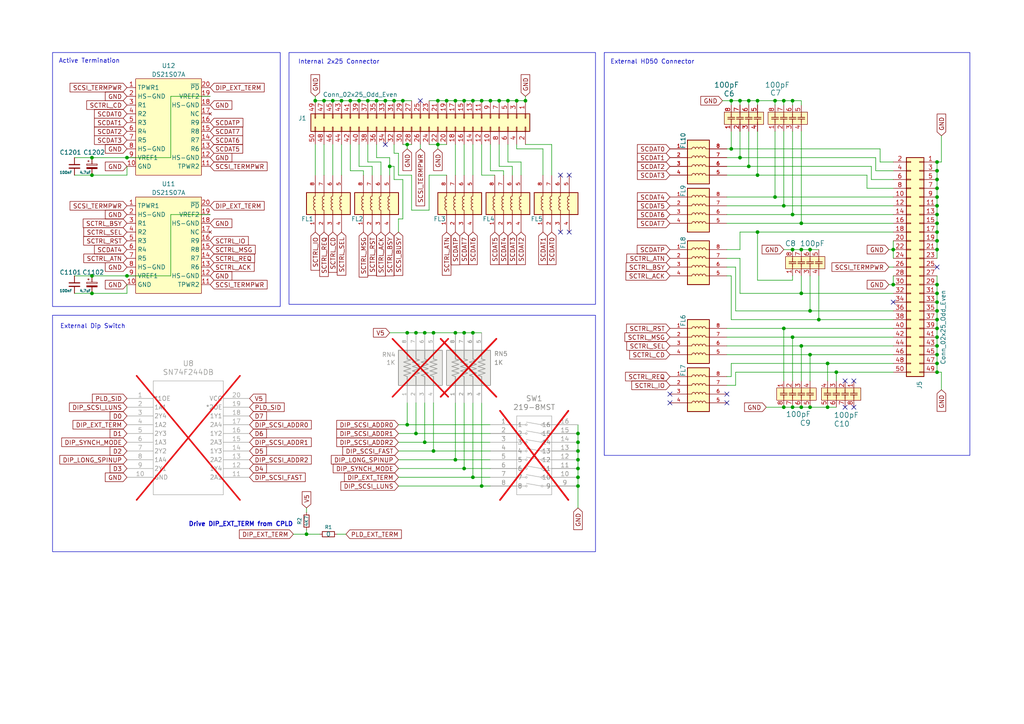
<source format=kicad_sch>
(kicad_sch (version 20250114) (generator "eeschema") (generator_version "9.0")
  (paper "A4")
  (title_block (title "A4092") (rev "PROTO0") (company "amiga.technology"))
  (rectangle (start 83.82 15.24) (end 172.72 88.265))
  (rectangle (start 15.24 91.44) (end 172.72 160.02))
  (rectangle (start 175.26 15.24) (end 281.305 132.08))
  (rectangle (start 15.24 15.24) (end 81.28 88.9))
  (text "Active Termination\n" (at 25.908 17.78 0) (effects (font (size 1.27 1.27))))
  (text "Drive DIP_EXT_TERM from CPLD" (at 69.85 152.146 0) (effects (font (size 1.27 1.27) (thickness 0.254) (bold yes))))
  (text "Internal 2x25 Connector" (at 98.298 18.034 0) (effects (font (size 1.27 1.27))))
  (text "External HD50 Connector" (at 189.23 18.034 0) (effects (font (size 1.27 1.27))))
  (text "External Dip Switch\n" (at 26.924 94.742 0) (effects (font (size 1.27 1.27))))
  (junction (at 232.41 118.11))
  (junction (at 114.3 29.21))
  (junction (at 26.67 50.8))
  (junction (at 214.63 29.21))
  (junction (at 93.98 29.21))
  (junction (at 219.71 50.8))
  (junction (at 167.64 140.97))
  (junction (at 271.78 95.25))
  (junction (at 134.62 96.52))
  (junction (at 212.09 29.21))
  (junction (at 240.03 105.41))
  (junction (at 137.16 29.21))
  (junction (at 227.33 59.69))
  (junction (at 242.57 107.95))
  (junction (at 271.78 92.71))
  (junction (at 132.08 133.35))
  (junction (at 167.64 133.35))
  (junction (at 26.67 85.09))
  (junction (at 271.78 107.95))
  (junction (at 96.52 29.21))
  (junction (at 113.03 48.26))
  (junction (at 137.16 96.52))
  (junction (at 271.78 57.15))
  (junction (at 271.78 87.63))
  (junction (at 271.78 97.79))
  (junction (at 217.17 29.21))
  (junction (at 104.14 29.21))
  (junction (at 229.87 118.11))
  (junction (at 36.83 45.72))
  (junction (at 232.41 64.77))
  (junction (at 234.95 102.87))
  (junction (at 271.78 85.09))
  (junction (at 142.24 29.21))
  (junction (at 88.9 154.94))
  (junction (at 123.19 128.27))
  (junction (at 106.68 29.21))
  (junction (at 152.4 29.21))
  (junction (at 118.11 41.91))
  (junction (at 144.78 29.21))
  (junction (at 271.78 49.53))
  (junction (at 219.71 29.21))
  (junction (at 212.09 43.18))
  (junction (at 259.08 72.39))
  (junction (at 227.33 118.11))
  (junction (at 224.79 29.21))
  (junction (at 229.87 62.23))
  (junction (at 234.95 90.17))
  (junction (at 271.78 62.23))
  (junction (at 271.78 82.55))
  (junction (at 118.11 123.19))
  (junction (at 227.33 29.21))
  (junction (at 167.64 138.43))
  (junction (at 237.49 92.71))
  (junction (at 271.78 72.39))
  (junction (at 26.67 80.01))
  (junction (at 125.73 130.81))
  (junction (at 217.17 48.26))
  (junction (at 127 29.21))
  (junction (at 232.41 85.09))
  (junction (at 137.16 138.43))
  (junction (at 132.08 96.52))
  (junction (at 26.67 45.72))
  (junction (at 147.32 29.21))
  (junction (at 120.65 96.52))
  (junction (at 271.78 69.85))
  (junction (at 234.95 118.11))
  (junction (at 139.7 29.21))
  (junction (at 167.64 130.81))
  (junction (at 132.08 29.21))
  (junction (at 271.78 102.87))
  (junction (at 167.64 135.89))
  (junction (at 149.86 29.21))
  (junction (at 109.22 29.21))
  (junction (at 36.83 80.01))
  (junction (at 99.06 29.21))
  (junction (at 167.64 128.27))
  (junction (at 134.62 135.89))
  (junction (at 127 41.91))
  (junction (at 229.87 72.39))
  (junction (at 271.78 64.77))
  (junction (at 232.41 72.39))
  (junction (at 227.33 95.25))
  (junction (at 271.78 105.41))
  (junction (at 139.7 140.97))
  (junction (at 120.65 125.73))
  (junction (at 116.84 29.21))
  (junction (at 111.76 29.21))
  (junction (at 229.87 97.79))
  (junction (at 271.78 100.33))
  (junction (at 123.19 96.52))
  (junction (at 219.71 67.31))
  (junction (at 101.6 29.21))
  (junction (at 118.11 96.52))
  (junction (at 271.78 52.07))
  (junction (at 234.95 72.39))
  (junction (at 91.44 29.21))
  (junction (at 167.64 125.73))
  (junction (at 129.54 29.21))
  (junction (at 271.78 90.17))
  (junction (at 271.78 67.31))
  (junction (at 214.63 45.72))
  (junction (at 134.62 29.21))
  (junction (at 232.41 100.33))
  (junction (at 271.78 54.61))
  (junction (at 271.78 59.69))
  (junction (at 240.03 118.11))
  (junction (at 271.78 46.99))
  (junction (at 259.08 82.55))
  (junction (at 229.87 29.21))
  (junction (at 125.73 96.52))
  (junction (at 224.79 57.15))
  (no_connect (at 165.1 67.31))
  (no_connect (at 162.56 50.8))
  (no_connect (at 111.76 41.91))
  (no_connect (at 245.11 110.49))
  (no_connect (at 162.56 67.31))
  (no_connect (at 194.31 114.3))
  (no_connect (at 121.92 29.21))
  (no_connect (at 271.78 77.47))
  (no_connect (at 210.82 114.3))
  (no_connect (at 247.65 118.11))
  (no_connect (at 247.65 110.49))
  (no_connect (at 194.31 116.84))
  (no_connect (at 259.08 87.63))
  (no_connect (at 165.1 50.8))
  (no_connect (at 245.11 118.11))
  (no_connect (at 210.82 116.84))
  (wire (pts (xy 127 41.91) (xy 127 43.18)))
  (wire (pts (xy 144.78 48.26) (xy 144.78 41.91)))
  (wire (pts (xy 271.78 69.85) (xy 271.78 67.31)))
  (wire (pts (xy 134.62 135.89) (xy 142.24 135.89)))
  (wire (pts (xy 99.06 41.91) (xy 99.06 50.8)))
  (wire (pts (xy 214.63 74.93) (xy 210.82 74.93)))
  (wire (pts (xy 113.03 48.26) (xy 113.03 50.8)))
  (wire (pts (xy 210.82 62.23) (xy 229.87 62.23)))
  (wire (pts (xy 229.87 29.21) (xy 232.41 29.21)))
  (wire (pts (xy 232.41 100.33) (xy 259.08 100.33)))
  (wire (pts (xy 119.38 50.8) (xy 119.38 60.96)))
  (wire (pts (xy 134.62 29.21) (xy 137.16 29.21)))
  (wire (pts (xy 151.13 46.99) (xy 151.13 50.8)))
  (wire (pts (xy 222.25 118.11) (xy 227.33 118.11)))
  (wire (pts (xy 229.87 97.79) (xy 259.08 97.79)))
  (wire (pts (xy 118.11 96.52) (xy 120.65 96.52)))
  (wire (pts (xy 271.78 87.63) (xy 271.78 85.09)))
  (wire (pts (xy 113.03 45.72) (xy 113.03 48.26)))
  (wire (pts (xy 212.09 38.1) (xy 212.09 43.18)))
  (wire (pts (xy 234.95 72.39) (xy 237.49 72.39)))
  (wire (pts (xy 210.82 111.76) (xy 213.36 111.76)))
  (wire (pts (xy 271.78 54.61) (xy 271.78 52.07)))
  (wire (pts (xy 36.83 85.09) (xy 26.67 85.09)))
  (wire (pts (xy 257.81 77.47) (xy 259.08 77.47)))
  (wire (pts (xy 237.49 80.01) (xy 237.49 92.71)))
  (wire (pts (xy 254 49.53) (xy 259.08 49.53)))
  (wire (pts (xy 210.82 102.87) (xy 234.95 102.87)))
  (wire (pts (xy 36.83 80.01) (xy 49.53 80.01)))
  (wire (pts (xy 127 29.21) (xy 129.54 29.21)))
  (wire (pts (xy 167.64 123.19) (xy 167.64 125.73)))
  (wire (pts (xy 129.54 29.21) (xy 132.08 29.21)))
  (wire (pts (xy 214.63 45.72) (xy 210.82 45.72)))
  (wire (pts (xy 234.95 90.17) (xy 259.08 90.17)))
  (wire (pts (xy 224.79 57.15) (xy 259.08 57.15)))
  (wire (pts (xy 147.32 46.99) (xy 147.32 41.91)))
  (wire (pts (xy 127 41.91) (xy 129.54 41.91)))
  (wire (pts (xy 144.78 29.21) (xy 147.32 29.21)))
  (wire (pts (xy 167.64 128.27) (xy 167.64 130.81)))
  (wire (pts (xy 227.33 38.1) (xy 227.33 59.69)))
  (wire (pts (xy 214.63 67.31) (xy 219.71 67.31)))
  (wire (pts (xy 214.63 85.09) (xy 214.63 74.93)))
  (wire (pts (xy 271.78 90.17) (xy 271.78 87.63)))
  (wire (pts (xy 229.87 29.21) (xy 229.87 30.48)))
  (wire (pts (xy 152.4 27.94) (xy 152.4 29.21)))
  (wire (pts (xy 227.33 95.25) (xy 259.08 95.25)))
  (wire (pts (xy 115.57 138.43) (xy 137.16 138.43)))
  (wire (pts (xy 232.41 85.09) (xy 259.08 85.09)))
  (wire (pts (xy 99.06 29.21) (xy 101.6 29.21)))
  (wire (pts (xy 273.05 107.95) (xy 271.78 107.95)))
  (wire (pts (xy 107.95 48.26) (xy 104.14 48.26)))
  (wire (pts (xy 232.41 118.11) (xy 234.95 118.11)))
  (wire (pts (xy 123.19 96.52) (xy 125.73 96.52)))
  (wire (pts (xy 106.68 29.21) (xy 109.22 29.21)))
  (wire (pts (xy 257.81 82.55) (xy 259.08 82.55)))
  (wire (pts (xy 151.13 46.99) (xy 147.32 46.99)))
  (wire (pts (xy 210.82 43.18) (xy 212.09 43.18)))
  (wire (pts (xy 115.57 135.89) (xy 134.62 135.89)))
  (wire (pts (xy 242.57 107.95) (xy 259.08 107.95)))
  (wire (pts (xy 124.46 60.96) (xy 124.46 50.8)))
  (wire (pts (xy 224.79 38.1) (xy 224.79 57.15)))
  (wire (pts (xy 271.78 107.95) (xy 271.78 105.41)))
  (wire (pts (xy 142.24 49.53) (xy 142.24 41.91)))
  (wire (pts (xy 115.57 50.8) (xy 119.38 50.8)))
  (wire (pts (xy 237.49 92.71) (xy 259.08 92.71)))
  (wire (pts (xy 134.62 116.84) (xy 134.62 135.89)))
  (wire (pts (xy 120.65 96.52) (xy 123.19 96.52)))
  (wire (pts (xy 115.57 130.81) (xy 125.73 130.81)))
  (wire (pts (xy 91.44 29.21) (xy 93.98 29.21)))
  (wire (pts (xy 36.83 50.8) (xy 26.67 50.8)))
  (wire (pts (xy 229.87 118.11) (xy 232.41 118.11)))
  (wire (pts (xy 273.05 113.03) (xy 273.05 107.95)))
  (wire (pts (xy 214.63 72.39) (xy 210.82 72.39)))
  (wire (pts (xy 227.33 118.11) (xy 229.87 118.11)))
  (wire (pts (xy 229.87 38.1) (xy 229.87 62.23)))
  (wire (pts (xy 129.54 50.8) (xy 124.46 50.8)))
  (wire (pts (xy 257.81 72.39) (xy 259.08 72.39)))
  (wire (pts (xy 125.73 116.84) (xy 125.73 130.81)))
  (wire (pts (xy 212.09 92.71) (xy 212.09 80.01)))
  (wire (pts (xy 149.86 29.21) (xy 152.4 29.21)))
  (wire (pts (xy 96.52 41.91) (xy 96.52 50.8)))
  (wire (pts (xy 214.63 67.31) (xy 214.63 72.39)))
  (wire (pts (xy 21.59 45.72) (xy 26.67 45.72)))
  (wire (pts (xy 219.71 67.31) (xy 259.08 67.31)))
  (wire (pts (xy 115.57 123.19) (xy 118.11 123.19)))
  (wire (pts (xy 92.71 154.94) (xy 88.9 154.94)))
  (wire (pts (xy 107.95 48.26) (xy 107.95 50.8)))
  (wire (pts (xy 214.63 85.09) (xy 232.41 85.09)))
  (wire (pts (xy 251.46 54.61) (xy 259.08 54.61)))
  (wire (pts (xy 167.64 130.81) (xy 167.64 133.35)))
  (wire (pts (xy 132.08 116.84) (xy 132.08 133.35)))
  (wire (pts (xy 229.87 72.39) (xy 232.41 72.39)))
  (wire (pts (xy 219.71 29.21) (xy 219.71 30.48)))
  (wire (pts (xy 115.57 128.27) (xy 123.19 128.27)))
  (wire (pts (xy 224.79 29.21) (xy 224.79 30.48)))
  (wire (pts (xy 143.51 50.8) (xy 139.7 50.8)))
  (wire (pts (xy 113.03 45.72) (xy 109.22 45.72)))
  (wire (pts (xy 114.3 44.45) (xy 115.57 44.45)))
  (wire (pts (xy 271.78 92.71) (xy 271.78 90.17)))
  (wire (pts (xy 111.76 29.21) (xy 114.3 29.21)))
  (wire (pts (xy 49.53 80.01) (xy 49.53 62.23)))
  (wire (pts (xy 273.05 46.99) (xy 271.78 46.99)))
  (wire (pts (xy 36.83 45.72) (xy 49.53 45.72)))
  (wire (pts (xy 132.08 96.52) (xy 134.62 96.52)))
  (wire (pts (xy 149.86 43.18) (xy 157.48 43.18)))
  (wire (pts (xy 115.57 125.73) (xy 120.65 125.73)))
  (wire (pts (xy 213.36 90.17) (xy 213.36 77.47)))
  (wire (pts (xy 160.02 41.91) (xy 160.02 50.8)))
  (wire (pts (xy 167.64 135.89) (xy 167.64 138.43)))
  (wire (pts (xy 49.53 45.72) (xy 49.53 27.94)))
  (wire (pts (xy 210.82 95.25) (xy 227.33 95.25)))
  (wire (pts (xy 240.03 105.41) (xy 259.08 105.41)))
  (wire (pts (xy 116.84 29.21) (xy 119.38 29.21)))
  (wire (pts (xy 210.82 59.69) (xy 227.33 59.69)))
  (wire (pts (xy 139.7 140.97) (xy 142.24 140.97)))
  (wire (pts (xy 114.3 29.21) (xy 116.84 29.21)))
  (wire (pts (xy 132.08 133.35) (xy 142.24 133.35)))
  (wire (pts (xy 118.11 41.91) (xy 118.11 43.18)))
  (wire (pts (xy 229.87 81.28) (xy 219.71 81.28)))
  (wire (pts (xy 213.36 77.47) (xy 210.82 77.47)))
  (wire (pts (xy 234.95 102.87) (xy 234.95 110.49)))
  (wire (pts (xy 251.46 50.8) (xy 219.71 50.8)))
  (wire (pts (xy 134.62 41.91) (xy 134.62 50.8)))
  (wire (pts (xy 217.17 29.21) (xy 219.71 29.21)))
  (wire (pts (xy 210.82 48.26) (xy 217.17 48.26)))
  (wire (pts (xy 104.14 29.21) (xy 106.68 29.21)))
  (wire (pts (xy 118.11 123.19) (xy 142.24 123.19)))
  (wire (pts (xy 125.73 130.81) (xy 142.24 130.81)))
  (wire (pts (xy 229.87 81.28) (xy 229.87 80.01)))
  (wire (pts (xy 115.57 133.35) (xy 132.08 133.35)))
  (wire (pts (xy 271.78 52.07) (xy 271.78 49.53)))
  (wire (pts (xy 210.82 57.15) (xy 224.79 57.15)))
  (wire (pts (xy 113.03 48.26) (xy 114.3 48.26)))
  (wire (pts (xy 210.82 109.22) (xy 212.09 109.22)))
  (wire (pts (xy 116.84 63.5) (xy 116.84 52.07)))
  (wire (pts (xy 139.7 116.84) (xy 139.7 140.97)))
  (wire (pts (xy 93.98 41.91) (xy 93.98 50.8)))
  (wire (pts (xy 271.78 67.31) (xy 271.78 64.77)))
  (wire (pts (xy 115.57 67.31) (xy 115.57 63.5)))
  (wire (pts (xy 240.03 118.11) (xy 242.57 118.11)))
  (wire (pts (xy 137.16 41.91) (xy 137.16 50.8)))
  (wire (pts (xy 125.73 96.52) (xy 132.08 96.52)))
  (wire (pts (xy 271.78 57.15) (xy 271.78 54.61)))
  (wire (pts (xy 255.27 43.18) (xy 255.27 46.99)))
  (wire (pts (xy 91.44 41.91) (xy 91.44 50.8)))
  (wire (pts (xy 212.09 29.21) (xy 214.63 29.21)))
  (wire (pts (xy 114.3 48.26) (xy 114.3 52.07)))
  (wire (pts (xy 212.09 109.22) (xy 212.09 105.41)))
  (wire (pts (xy 271.78 49.53) (xy 271.78 46.99)))
  (wire (pts (xy 157.48 43.18) (xy 157.48 50.8)))
  (wire (pts (xy 167.64 138.43) (xy 167.64 140.97)))
  (wire (pts (xy 21.59 85.09) (xy 26.67 85.09)))
  (wire (pts (xy 212.09 80.01) (xy 210.82 80.01)))
  (wire (pts (xy 229.87 97.79) (xy 229.87 110.49)))
  (wire (pts (xy 271.78 62.23) (xy 271.78 59.69)))
  (wire (pts (xy 132.08 29.21) (xy 134.62 29.21)))
  (wire (pts (xy 167.64 140.97) (xy 167.64 147.32)))
  (wire (pts (xy 227.33 72.39) (xy 229.87 72.39)))
  (wire (pts (xy 259.08 80.01) (xy 259.08 82.55)))
  (wire (pts (xy 254 45.72) (xy 254 49.53)))
  (wire (pts (xy 121.92 43.18) (xy 121.92 41.91)))
  (wire (pts (xy 232.41 100.33) (xy 232.41 110.49)))
  (wire (pts (xy 210.82 64.77) (xy 232.41 64.77)))
  (wire (pts (xy 114.3 52.07) (xy 116.84 52.07)))
  (wire (pts (xy 96.52 29.21) (xy 99.06 29.21)))
  (wire (pts (xy 134.62 96.52) (xy 137.16 96.52)))
  (wire (pts (xy 212.09 29.21) (xy 212.09 30.48)))
  (wire (pts (xy 142.24 29.21) (xy 144.78 29.21)))
  (wire (pts (xy 251.46 54.61) (xy 251.46 50.8)))
  (wire (pts (xy 123.19 128.27) (xy 142.24 128.27)))
  (wire (pts (xy 227.33 29.21) (xy 227.33 30.48)))
  (wire (pts (xy 110.49 46.99) (xy 106.68 46.99)))
  (wire (pts (xy 217.17 48.26) (xy 252.73 48.26)))
  (wire (pts (xy 88.9 153.67) (xy 88.9 154.94)))
  (wire (pts (xy 210.82 100.33) (xy 232.41 100.33)))
  (wire (pts (xy 49.53 62.23) (xy 60.96 62.23)))
  (wire (pts (xy 114.3 41.91) (xy 114.3 44.45)))
  (wire (pts (xy 36.83 82.55) (xy 36.83 85.09)))
  (wire (pts (xy 271.78 82.55) (xy 271.78 80.01)))
  (wire (pts (xy 105.41 49.53) (xy 105.41 50.8)))
  (wire (pts (xy 152.4 41.91) (xy 160.02 41.91)))
  (wire (pts (xy 139.7 50.8) (xy 139.7 41.91)))
  (wire (pts (xy 271.78 74.93) (xy 271.78 72.39)))
  (wire (pts (xy 219.71 50.8) (xy 210.82 50.8)))
  (wire (pts (xy 254 45.72) (xy 214.63 45.72)))
  (wire (pts (xy 227.33 59.69) (xy 259.08 59.69)))
  (wire (pts (xy 213.36 111.76) (xy 213.36 107.95)))
  (wire (pts (xy 49.53 27.94) (xy 60.96 27.94)))
  (wire (pts (xy 271.78 105.41) (xy 271.78 102.87)))
  (wire (pts (xy 234.95 72.39) (xy 232.41 72.39)))
  (wire (pts (xy 26.67 45.72) (xy 36.83 45.72)))
  (wire (pts (xy 232.41 64.77) (xy 259.08 64.77)))
  (wire (pts (xy 227.33 95.25) (xy 227.33 110.49)))
  (wire (pts (xy 113.03 96.52) (xy 118.11 96.52)))
  (wire (pts (xy 148.59 48.26) (xy 144.78 48.26)))
  (wire (pts (xy 148.59 48.26) (xy 148.59 50.8)))
  (wire (pts (xy 271.78 100.33) (xy 271.78 97.79)))
  (wire (pts (xy 91.44 27.94) (xy 91.44 29.21)))
  (wire (pts (xy 137.16 29.21) (xy 139.7 29.21)))
  (wire (pts (xy 219.71 38.1) (xy 219.71 50.8)))
  (wire (pts (xy 232.41 38.1) (xy 232.41 64.77)))
  (wire (pts (xy 234.95 102.87) (xy 259.08 102.87)))
  (wire (pts (xy 88.9 147.32) (xy 88.9 148.59)))
  (wire (pts (xy 255.27 46.99) (xy 259.08 46.99)))
  (wire (pts (xy 219.71 67.31) (xy 219.71 81.28)))
  (wire (pts (xy 36.83 48.26) (xy 36.83 50.8)))
  (wire (pts (xy 217.17 38.1) (xy 217.17 48.26)))
  (wire (pts (xy 120.65 116.84) (xy 120.65 125.73)))
  (wire (pts (xy 234.95 80.01) (xy 234.95 90.17)))
  (wire (pts (xy 217.17 29.21) (xy 217.17 30.48)))
  (wire (pts (xy 252.73 48.26) (xy 252.73 52.07)))
  (wire (pts (xy 104.14 48.26) (xy 104.14 41.91)))
  (wire (pts (xy 109.22 45.72) (xy 109.22 41.91)))
  (wire (pts (xy 109.22 29.21) (xy 111.76 29.21)))
  (wire (pts (xy 271.78 64.77) (xy 271.78 62.23)))
  (wire (pts (xy 271.78 85.09) (xy 271.78 82.55)))
  (wire (pts (xy 115.57 63.5) (xy 116.84 63.5)))
  (wire (pts (xy 115.57 44.45) (xy 115.57 50.8)))
  (wire (pts (xy 118.11 116.84) (xy 118.11 123.19)))
  (wire (pts (xy 115.57 140.97) (xy 139.7 140.97)))
  (wire (pts (xy 229.87 62.23) (xy 259.08 62.23)))
  (wire (pts (xy 123.19 116.84) (xy 123.19 128.27)))
  (wire (pts (xy 101.6 49.53) (xy 101.6 41.91)))
  (wire (pts (xy 124.46 29.21) (xy 127 29.21)))
  (wire (pts (xy 232.41 29.21) (xy 232.41 30.48)))
  (wire (pts (xy 149.86 41.91) (xy 149.86 43.18)))
  (wire (pts (xy 227.33 29.21) (xy 229.87 29.21)))
  (wire (pts (xy 105.41 49.53) (xy 101.6 49.53)))
  (wire (pts (xy 252.73 52.07) (xy 259.08 52.07)))
  (wire (pts (xy 214.63 38.1) (xy 214.63 45.72)))
  (wire (pts (xy 259.08 69.85) (xy 259.08 72.39)))
  (wire (pts (xy 119.38 60.96) (xy 124.46 60.96)))
  (wire (pts (xy 106.68 46.99) (xy 106.68 41.91)))
  (wire (pts (xy 210.82 97.79) (xy 229.87 97.79)))
  (wire (pts (xy 209.55 29.21) (xy 212.09 29.21)))
  (wire (pts (xy 137.16 116.84) (xy 137.16 138.43)))
  (wire (pts (xy 259.08 72.39) (xy 259.08 74.93)))
  (wire (pts (xy 93.98 29.21) (xy 96.52 29.21)))
  (wire (pts (xy 120.65 125.73) (xy 142.24 125.73)))
  (wire (pts (xy 139.7 29.21) (xy 142.24 29.21)))
  (wire (pts (xy 212.09 92.71) (xy 237.49 92.71)))
  (wire (pts (xy 137.16 96.52) (xy 139.7 96.52)))
  (wire (pts (xy 118.11 41.91) (xy 119.38 41.91)))
  (wire (pts (xy 271.78 95.25) (xy 271.78 92.71)))
  (wire (pts (xy 232.41 80.01) (xy 232.41 85.09)))
  (wire (pts (xy 26.67 80.01) (xy 36.83 80.01)))
  (wire (pts (xy 101.6 29.21) (xy 104.14 29.21)))
  (wire (pts (xy 234.95 118.11) (xy 240.03 118.11)))
  (wire (pts (xy 271.78 59.69) (xy 271.78 57.15)))
  (wire (pts (xy 271.78 72.39) (xy 271.78 69.85)))
  (wire (pts (xy 97.79 154.94) (xy 100.33 154.94)))
  (wire (pts (xy 167.64 133.35) (xy 167.64 135.89)))
  (wire (pts (xy 21.59 50.8) (xy 26.67 50.8)))
  (wire (pts (xy 212.09 43.18) (xy 255.27 43.18)))
  (wire (pts (xy 224.79 29.21) (xy 227.33 29.21)))
  (wire (pts (xy 147.32 29.21) (xy 149.86 29.21)))
  (wire (pts (xy 167.64 125.73) (xy 167.64 128.27)))
  (wire (pts (xy 273.05 39.37) (xy 273.05 46.99)))
  (wire (pts (xy 212.09 105.41) (xy 240.03 105.41)))
  (wire (pts (xy 137.16 138.43) (xy 142.24 138.43)))
  (wire (pts (xy 213.36 90.17) (xy 234.95 90.17)))
  (wire (pts (xy 271.78 102.87) (xy 271.78 100.33)))
  (wire (pts (xy 88.9 154.94) (xy 85.09 154.94)))
  (wire (pts (xy 242.57 107.95) (xy 242.57 110.49)))
  (wire (pts (xy 146.05 49.53) (xy 142.24 49.53)))
  (wire (pts (xy 132.08 41.91) (xy 132.08 50.8)))
  (wire (pts (xy 214.63 29.21) (xy 217.17 29.21)))
  (wire (pts (xy 240.03 105.41) (xy 240.03 110.49)))
  (wire (pts (xy 110.49 46.99) (xy 110.49 50.8)))
  (wire (pts (xy 21.59 80.01) (xy 26.67 80.01)))
  (wire (pts (xy 116.84 41.91) (xy 118.11 41.91)))
  (wire (pts (xy 146.05 49.53) (xy 146.05 50.8)))
  (wire (pts (xy 219.71 29.21) (xy 224.79 29.21)))
  (wire (pts (xy 124.46 41.91) (xy 127 41.91)))
  (wire (pts (xy 214.63 29.21) (xy 214.63 30.48)))
  (wire (pts (xy 271.78 97.79) (xy 271.78 95.25)))
  (wire (pts (xy 213.36 107.95) (xy 242.57 107.95)))
  (global_label "SCSI_BUSY" (shape input) (at 115.57 67.31 270) (property "Intersheetrefs" "${INTERSHEET_REFS}" (effects (hide yes))))
  (global_label "DIP_SCSI_ADDR0" (shape input) (at 115.57 123.19 180) (property "Intersheetrefs" "${INTERSHEET_REFS}" (effects (hide yes))))
  (global_label "SCSI_TERMPWR" (shape input) (at 60.96 82.55 0) (property "Intersheetrefs" "${INTERSHEET_REFS}" (effects (hide yes))))
  (global_label "PLD_SID" (shape input) (at 72.39 118.11 0) (property "Intersheetrefs" "${INTERSHEET_REFS}" (effects (hide yes))))
  (global_label "SCDAT4" (shape input) (at 146.05 67.31 270) (property "Intersheetrefs" "${INTERSHEET_REFS}" (effects (hide yes))))
  (global_label "DIP_SCSI_FAST" (shape input) (at 72.39 138.43 0) (property "Intersheetrefs" "${INTERSHEET_REFS}" (effects (hide yes))))
  (global_label "GND" (shape input) (at 36.83 62.23 180) (property "Intersheetrefs" "${INTERSHEET_REFS}" (effects (hide yes))))
  (global_label "D5" (shape input) (at 72.39 130.81 0) (property "Intersheetrefs" "${INTERSHEET_REFS}" (effects (hide yes))))
  (global_label "SCDAT7" (shape input) (at 60.96 38.1 0) (property "Intersheetrefs" "${INTERSHEET_REFS}" (effects (hide yes))))
  (global_label "DIP_SYNCH_MODE" (shape input) (at 36.83 128.27 180) (property "Intersheetrefs" "${INTERSHEET_REFS}" (effects (hide yes))))
  (global_label "SCTRL_CD" (shape input) (at 36.83 30.48 180) (property "Intersheetrefs" "${INTERSHEET_REFS}" (effects (hide yes))))
  (global_label "DIP_SCSI_ADDR2" (shape input) (at 72.39 133.35 0) (property "Intersheetrefs" "${INTERSHEET_REFS}" (effects (hide yes))))
  (global_label "SCDAT2" (shape input) (at 151.13 67.31 270) (property "Intersheetrefs" "${INTERSHEET_REFS}" (effects (hide yes))))
  (global_label "DIP_LONG_SPINUP" (shape input) (at 115.57 133.35 180) (property "Intersheetrefs" "${INTERSHEET_REFS}" (effects (hide yes))))
  (global_label "GND" (shape input) (at 36.83 138.43 180) (property "Intersheetrefs" "${INTERSHEET_REFS}" (effects (hide yes))))
  (global_label "GND" (shape input) (at 257.81 72.39 180) (property "Intersheetrefs" "${INTERSHEET_REFS}" (effects (hide yes))))
  (global_label "GND" (shape input) (at 222.25 118.11 180) (property "Intersheetrefs" "${INTERSHEET_REFS}" (effects (hide yes))))
  (global_label "SCSI_TERMPWR" (shape input) (at 121.92 43.18 270) (property "Intersheetrefs" "${INTERSHEET_REFS}" (effects (hide yes))))
  (global_label "SCDAT1" (shape input) (at 157.48 67.31 270) (property "Intersheetrefs" "${INTERSHEET_REFS}" (effects (hide yes))))
  (global_label "D2" (shape input) (at 36.83 130.81 180) (property "Intersheetrefs" "${INTERSHEET_REFS}" (effects (hide yes))))
  (global_label "DIP_EXT_TERM" (shape input) (at 60.96 59.69 0) (property "Intersheetrefs" "${INTERSHEET_REFS}" (effects (hide yes))))
  (global_label "SCTRL_BSY" (shape input) (at 113.03 67.31 270) (property "Intersheetrefs" "${INTERSHEET_REFS}" (effects (hide yes))))
  (global_label "SCTRL_RST" (shape input) (at 107.95 67.31 270) (property "Intersheetrefs" "${INTERSHEET_REFS}" (effects (hide yes))))
  (global_label "SCTRL_ATN" (shape input) (at 194.31 74.93 180) (property "Intersheetrefs" "${INTERSHEET_REFS}" (effects (hide yes))))
  (global_label "SCTRL_MSG" (shape input) (at 105.41 67.31 270) (property "Intersheetrefs" "${INTERSHEET_REFS}" (effects (hide yes))))
  (global_label "SCDAT3" (shape input) (at 36.83 40.64 180) (property "Intersheetrefs" "${INTERSHEET_REFS}" (effects (hide yes))))
  (global_label "D3" (shape input) (at 36.83 135.89 180) (property "Intersheetrefs" "${INTERSHEET_REFS}" (effects (hide yes))))
  (global_label "GND" (shape input) (at 36.83 77.47 180) (property "Intersheetrefs" "${INTERSHEET_REFS}" (effects (hide yes))))
  (global_label "SCTRL_SEL" (shape input) (at 194.31 100.33 180) (property "Intersheetrefs" "${INTERSHEET_REFS}" (effects (hide yes))))
  (global_label "SCTRL_REQ" (shape input) (at 194.31 109.22 180) (property "Intersheetrefs" "${INTERSHEET_REFS}" (effects (hide yes))))
  (global_label "SCTRL_RST" (shape input) (at 36.83 69.85 180) (property "Intersheetrefs" "${INTERSHEET_REFS}" (effects (hide yes))))
  (global_label "GND" (shape input) (at 60.96 45.72 0) (property "Intersheetrefs" "${INTERSHEET_REFS}" (effects (hide yes))))
  (global_label "DIP_SCSI_ADDR1" (shape input) (at 115.57 125.73 180) (property "Intersheetrefs" "${INTERSHEET_REFS}" (effects (hide yes))))
  (global_label "DIP_SCSI_LUNS" (shape input) (at 115.57 140.97 180) (property "Intersheetrefs" "${INTERSHEET_REFS}" (effects (hide yes))))
  (global_label "SCTRL_IO" (shape input) (at 194.31 111.76 180) (property "Intersheetrefs" "${INTERSHEET_REFS}" (effects (hide yes))))
  (global_label "DIP_SCSI_FAST" (shape input) (at 115.57 130.81 180) (property "Intersheetrefs" "${INTERSHEET_REFS}" (effects (hide yes))))
  (global_label "GND" (shape input) (at 227.33 72.39 180) (property "Intersheetrefs" "${INTERSHEET_REFS}" (effects (hide yes))))
  (global_label "SCTRL_BSY" (shape input) (at 194.31 77.47 180) (property "Intersheetrefs" "${INTERSHEET_REFS}" (effects (hide yes))))
  (global_label "SCTRL_BSY" (shape input) (at 36.83 64.77 180) (property "Intersheetrefs" "${INTERSHEET_REFS}" (effects (hide yes))))
  (global_label "SCSI_TERMPWR" (shape input) (at 36.83 25.4 180) (property "Intersheetrefs" "${INTERSHEET_REFS}" (effects (hide yes))))
  (global_label "SCDAT6" (shape input) (at 194.31 62.23 180) (property "Intersheetrefs" "${INTERSHEET_REFS}" (effects (hide yes))))
  (global_label "SCDAT4" (shape input) (at 194.31 57.15 180) (property "Intersheetrefs" "${INTERSHEET_REFS}" (effects (hide yes))))
  (global_label "PLD_SID" (shape input) (at 36.83 115.57 180) (property "Intersheetrefs" "${INTERSHEET_REFS}" (effects (hide yes))))
  (global_label "GND" (shape input) (at 167.64 147.32 270) (property "Intersheetrefs" "${INTERSHEET_REFS}" (effects (hide yes))))
  (global_label "SCDAT5" (shape input) (at 60.96 43.18 0) (property "Intersheetrefs" "${INTERSHEET_REFS}" (effects (hide yes))))
  (global_label "D7" (shape input) (at 72.39 120.65 0) (property "Intersheetrefs" "${INTERSHEET_REFS}" (effects (hide yes))))
  (global_label "SCTRL_MSG" (shape input) (at 60.96 72.39 0) (property "Intersheetrefs" "${INTERSHEET_REFS}" (effects (hide yes))))
  (global_label "DIP_SCSI_LUNS" (shape input) (at 36.83 118.11 180) (property "Intersheetrefs" "${INTERSHEET_REFS}" (effects (hide yes))))
  (global_label "SCDAT6" (shape input) (at 137.16 67.31 270) (property "Intersheetrefs" "${INTERSHEET_REFS}" (effects (hide yes))))
  (global_label "SCTRL_ACK" (shape input) (at 60.96 77.47 0) (property "Intersheetrefs" "${INTERSHEET_REFS}" (effects (hide yes))))
  (global_label "SCDAT0" (shape input) (at 194.31 43.18 180) (property "Intersheetrefs" "${INTERSHEET_REFS}" (effects (hide yes))))
  (global_label "D4" (shape input) (at 72.39 135.89 0) (property "Intersheetrefs" "${INTERSHEET_REFS}" (effects (hide yes))))
  (global_label "SCTRL_MSG" (shape input) (at 194.31 97.79 180) (property "Intersheetrefs" "${INTERSHEET_REFS}" (effects (hide yes))))
  (global_label "GND" (shape input) (at 273.05 113.03 270) (property "Intersheetrefs" "${INTERSHEET_REFS}" (effects (hide yes))))
  (global_label "PLD_EXT_TERM" (shape input) (at 100.33 154.94 0) (property "Intersheetrefs" "${INTERSHEET_REFS}" (effects (hide yes))))
  (global_label "GND" (shape input) (at 209.55 29.21 180) (property "Intersheetrefs" "${INTERSHEET_REFS}" (effects (hide yes))))
  (global_label "GND" (shape input) (at 36.83 43.18 180) (property "Intersheetrefs" "${INTERSHEET_REFS}" (effects (hide yes))))
  (global_label "SCDAT3" (shape input) (at 148.59 67.31 270) (property "Intersheetrefs" "${INTERSHEET_REFS}" (effects (hide yes))))
  (global_label "GND" (shape input) (at 91.44 27.94 90) (property "Intersheetrefs" "${INTERSHEET_REFS}" (effects (hide yes))))
  (global_label "SCTRL_ATN" (shape input) (at 129.54 67.31 270) (property "Intersheetrefs" "${INTERSHEET_REFS}" (effects (hide yes))))
  (global_label "SCDATP" (shape input) (at 132.08 67.31 270) (property "Intersheetrefs" "${INTERSHEET_REFS}" (effects (hide yes))))
  (global_label "SCDAT7" (shape input) (at 134.62 67.31 270) (property "Intersheetrefs" "${INTERSHEET_REFS}" (effects (hide yes))))
  (global_label "DIP_SCSI_ADDR1" (shape input) (at 72.39 128.27 0) (property "Intersheetrefs" "${INTERSHEET_REFS}" (effects (hide yes))))
  (global_label "SCDAT5" (shape input) (at 194.31 59.69 180) (property "Intersheetrefs" "${INTERSHEET_REFS}" (effects (hide yes))))
  (global_label "GND" (shape input) (at 36.83 82.55 180) (property "Intersheetrefs" "${INTERSHEET_REFS}" (effects (hide yes))))
  (global_label "SCTRL_ACK" (shape input) (at 194.31 80.01 180) (property "Intersheetrefs" "${INTERSHEET_REFS}" (effects (hide yes))))
  (global_label "SCTRL_ATN" (shape input) (at 36.83 74.93 180) (property "Intersheetrefs" "${INTERSHEET_REFS}" (effects (hide yes))))
  (global_label "GND" (shape input) (at 257.81 82.55 180) (property "Intersheetrefs" "${INTERSHEET_REFS}" (effects (hide yes))))
  (global_label "DIP_EXT_TERM" (shape input) (at 115.57 138.43 180) (property "Intersheetrefs" "${INTERSHEET_REFS}" (effects (hide yes))))
  (global_label "SCDAT1" (shape input) (at 194.31 45.72 180) (property "Intersheetrefs" "${INTERSHEET_REFS}" (effects (hide yes))))
  (global_label "SCDAT5" (shape input) (at 143.51 67.31 270) (property "Intersheetrefs" "${INTERSHEET_REFS}" (effects (hide yes))))
  (global_label "GND" (shape input) (at 152.4 27.94 90) (property "Intersheetrefs" "${INTERSHEET_REFS}" (effects (hide yes))))
  (global_label "SCTRL_RST" (shape input) (at 194.31 95.25 180) (property "Intersheetrefs" "${INTERSHEET_REFS}" (effects (hide yes))))
  (global_label "GND" (shape input) (at 127 43.18 270) (property "Intersheetrefs" "${INTERSHEET_REFS}" (effects (hide yes))))
  (global_label "DIP_SYNCH_MODE" (shape input) (at 115.57 135.89 180) (property "Intersheetrefs" "${INTERSHEET_REFS}" (effects (hide yes))))
  (global_label "SCDAT3" (shape input) (at 194.31 50.8 180) (property "Intersheetrefs" "${INTERSHEET_REFS}" (effects (hide yes))))
  (global_label "SCTRL_CD" (shape input) (at 96.52 67.31 270) (property "Intersheetrefs" "${INTERSHEET_REFS}" (effects (hide yes))))
  (global_label "SCTRL_REQ" (shape input) (at 93.98 67.31 270) (property "Intersheetrefs" "${INTERSHEET_REFS}" (effects (hide yes))))
  (global_label "SCDATP" (shape input) (at 194.31 72.39 180) (property "Intersheetrefs" "${INTERSHEET_REFS}" (effects (hide yes))))
  (global_label "GND" (shape input) (at 36.83 27.94 180) (property "Intersheetrefs" "${INTERSHEET_REFS}" (effects (hide yes))))
  (global_label "D0" (shape input) (at 36.83 120.65 180) (property "Intersheetrefs" "${INTERSHEET_REFS}" (effects (hide yes))))
  (global_label "D1" (shape input) (at 36.83 125.73 180) (property "Intersheetrefs" "${INTERSHEET_REFS}" (effects (hide yes))))
  (global_label "D6" (shape input) (at 72.39 125.73 0) (property "Intersheetrefs" "${INTERSHEET_REFS}" (effects (hide yes))))
  (global_label "SCSI_TERMPWR" (shape input) (at 60.96 48.26 0) (property "Intersheetrefs" "${INTERSHEET_REFS}" (effects (hide yes))))
  (global_label "GND" (shape input) (at 60.96 80.01 0) (property "Intersheetrefs" "${INTERSHEET_REFS}" (effects (hide yes))))
  (global_label "SCDAT7" (shape input) (at 194.31 64.77 180) (property "Intersheetrefs" "${INTERSHEET_REFS}" (effects (hide yes))))
  (global_label "DIP_LONG_SPINUP" (shape input) (at 36.83 133.35 180) (property "Intersheetrefs" "${INTERSHEET_REFS}" (effects (hide yes))))
  (global_label "DIP_EXT_TERM" (shape input) (at 85.09 154.94 180) (property "Intersheetrefs" "${INTERSHEET_REFS}" (effects (hide yes))))
  (global_label "GND" (shape input) (at 60.96 64.77 0) (property "Intersheetrefs" "${INTERSHEET_REFS}" (effects (hide yes))))
  (global_label "SCSI_TERMPWR" (shape input) (at 36.83 59.69 180) (property "Intersheetrefs" "${INTERSHEET_REFS}" (effects (hide yes))))
  (global_label "SCDAT2" (shape input) (at 36.83 38.1 180) (property "Intersheetrefs" "${INTERSHEET_REFS}" (effects (hide yes))))
  (global_label "GND" (shape input) (at 36.83 48.26 180) (property "Intersheetrefs" "${INTERSHEET_REFS}" (effects (hide yes))))
  (global_label "GND" (shape input) (at 273.05 39.37 90) (property "Intersheetrefs" "${INTERSHEET_REFS}" (effects (hide yes))))
  (global_label "SCTRL_REQ" (shape input) (at 60.96 74.93 0) (property "Intersheetrefs" "${INTERSHEET_REFS}" (effects (hide yes))))
  (global_label "V5" (shape input) (at 72.39 115.57 0) (property "Intersheetrefs" "${INTERSHEET_REFS}" (effects (hide yes))))
  (global_label "SCTRL_SEL" (shape input) (at 99.06 67.31 270) (property "Intersheetrefs" "${INTERSHEET_REFS}" (effects (hide yes))))
  (global_label "SCTRL_IO" (shape input) (at 91.44 67.31 270) (property "Intersheetrefs" "${INTERSHEET_REFS}" (effects (hide yes))))
  (global_label "SCDATP" (shape input) (at 60.96 35.56 0) (property "Intersheetrefs" "${INTERSHEET_REFS}" (effects (hide yes))))
  (global_label "SCDAT6" (shape input) (at 60.96 40.64 0) (property "Intersheetrefs" "${INTERSHEET_REFS}" (effects (hide yes))))
  (global_label "SCTRL_IO" (shape input) (at 60.96 69.85 0) (property "Intersheetrefs" "${INTERSHEET_REFS}" (effects (hide yes))))
  (global_label "SCDAT1" (shape input) (at 36.83 35.56 180) (property "Intersheetrefs" "${INTERSHEET_REFS}" (effects (hide yes))))
  (global_label "SCTRL_SEL" (shape input) (at 36.83 67.31 180) (property "Intersheetrefs" "${INTERSHEET_REFS}" (effects (hide yes))))
  (global_label "SCDAT0" (shape input) (at 160.02 67.31 270) (property "Intersheetrefs" "${INTERSHEET_REFS}" (effects (hide yes))))
  (global_label "V5" (shape input) (at 113.03 96.52 180) (property "Intersheetrefs" "${INTERSHEET_REFS}" (effects (hide yes))))
  (global_label "GND" (shape input) (at 60.96 30.48 0) (property "Intersheetrefs" "${INTERSHEET_REFS}" (effects (hide yes))))
  (global_label "DIP_EXT_TERM" (shape input) (at 36.83 123.19 180) (property "Intersheetrefs" "${INTERSHEET_REFS}" (effects (hide yes))))
  (global_label "SCTRL_ACK" (shape input) (at 110.49 67.31 270) (property "Intersheetrefs" "${INTERSHEET_REFS}" (effects (hide yes))))
  (global_label "SCTRL_CD" (shape input) (at 194.31 102.87 180) (property "Intersheetrefs" "${INTERSHEET_REFS}" (effects (hide yes))))
  (global_label "SCDAT0" (shape input) (at 36.83 33.02 180) (property "Intersheetrefs" "${INTERSHEET_REFS}" (effects (hide yes))))
  (global_label "SCSI_TERMPWR" (shape input) (at 257.81 77.47 180) (property "Intersheetrefs" "${INTERSHEET_REFS}" (effects (hide yes))))
  (global_label "DIP_SCSI_ADDR0" (shape input) (at 72.39 123.19 0) (property "Intersheetrefs" "${INTERSHEET_REFS}" (effects (hide yes))))
  (global_label "SCDAT4" (shape input) (at 36.83 72.39 180) (property "Intersheetrefs" "${INTERSHEET_REFS}" (effects (hide yes))))
  (global_label "V5" (shape input) (at 88.9 147.32 90) (property "Intersheetrefs" "${INTERSHEET_REFS}" (effects (hide yes))))
  (global_label "SCDAT2" (shape input) (at 194.31 48.26 180) (property "Intersheetrefs" "${INTERSHEET_REFS}" (effects (hide yes))))
  (global_label "GND" (shape input) (at 118.11 43.18 270) (property "Intersheetrefs" "${INTERSHEET_REFS}" (effects (hide yes))))
  (global_label "DIP_SCSI_ADDR2" (shape input) (at 115.57 128.27 180) (property "Intersheetrefs" "${INTERSHEET_REFS}" (effects (hide yes))))
  (global_label "DIP_EXT_TERM" (shape input) (at 60.96 25.4 0) (property "Intersheetrefs" "${INTERSHEET_REFS}" (effects (hide yes))))
  (symbol (lib_id "YC324-FK-071KL:YC324-FK-071KL") (at 123.19 106.68 90) (unit 1) (dnp yes)
    (property "Reference" "RN4" (at 110.744 102.87 90) (effects (justify right)))
    (property "Value" "1K" (at 112.014 105.156 90) (effects (justify right)))
    (property "Footprint" "CAY16_102J4LF:BO_CAY16" (effects (hide yes)))
    (property "MAXIMUM_PACKAGE_HEIGHT" "0.7 mm" (effects (hide yes)))
    (property "PARTREV" "V.9" (effects (hide yes)))
    (property "MANUFACTURER" "Yageo" (effects (hide yes)))
    (property "SNAPEDA_PACKAGE_ID" "22941" (effects (hide yes)))
    (property "STANDARD" "IPC 7351B" (effects (hide yes)))
    (property "LCSC Part #" "C784824" (effects (hide yes)))
  )
  (symbol (lib_id "DA1206D600R-10:DA1206D600R-10") (at 102.87 59.69 90) (unit 1)
    (property "Reference" "FL1" (at 90.932 63.5 90) (effects (justify left)))
    (property "Value" "DA1206D600R-10" (effects (hide yes)))
    (property "Footprint" "DA1206D600R-10:FB_DA1206D600R-10" (effects (hide yes)))
    (property "DigiKey_Part_Number" "240-2539-2-ND" (effects (hide yes)))
    (property "SnapEDA_Link" "https://www.snapeda.com/parts/DA1206D600R-10/Laird/view-part/?ref=snap" (effects (hide yes)))
    (property "MAXIMUM_PACKAGE_HEIGHT" "1.0 mm" (effects (hide yes)))
    (property "Package" "1206 Laird" (effects (hide yes)))
    (property "Check_prices" "https://www.snapeda.com/parts/DA1206D600R-10/Laird/view-part/?ref=eda" (effects (hide yes)))
    (property "STANDARD" "Manufacturer Recommendations" (effects (hide yes)))
    (property "PARTREV" "F" (effects (hide yes)))
    (property "MF" "Laird" (effects (hide yes)))
    (property "MP" "DA1206D600R-10" (effects (hide yes)))
    (property "Description_1" "60 Ohms @ 100 MHz 4 Power, Signal Line Ferrite Bead 1206 (3216 Metric), Array, 8 PC Pad 400mA 200mOhm" (effects (hide yes)))
    (property "MANUFACTURER" "Laird" (effects (hide yes)))
    (property "LCSC Part #" "C2662010" (effects (hide yes)))
    (property "FT Rotation Offset" "90" (effects (hide yes)))
  )
  (symbol (lib_id "DA1206D600R-10:DA1206D600R-10") (at 201.93 83.82 0) (unit 1)
    (property "Reference" "FL8" (at 198.12 72.136 90) (effects (justify left)))
    (property "Value" "DA1206D600R-10" (effects (hide yes)))
    (property "Footprint" "DA1206D600R-10:FB_DA1206D600R-10" (effects (hide yes)))
    (property "DigiKey_Part_Number" "240-2539-2-ND" (effects (hide yes)))
    (property "SnapEDA_Link" "https://www.snapeda.com/parts/DA1206D600R-10/Laird/view-part/?ref=snap" (effects (hide yes)))
    (property "MAXIMUM_PACKAGE_HEIGHT" "1.0 mm" (effects (hide yes)))
    (property "Package" "1206 Laird" (effects (hide yes)))
    (property "Check_prices" "https://www.snapeda.com/parts/DA1206D600R-10/Laird/view-part/?ref=eda" (effects (hide yes)))
    (property "STANDARD" "Manufacturer Recommendations" (effects (hide yes)))
    (property "PARTREV" "F" (effects (hide yes)))
    (property "MF" "Laird" (effects (hide yes)))
    (property "MP" "DA1206D600R-10" (effects (hide yes)))
    (property "Description_1" "60 Ohms @ 100 MHz 4 Power, Signal Line Ferrite Bead 1206 (3216 Metric), Array, 8 PC Pad 400mA 200mOhm" (effects (hide yes)))
    (property "MANUFACTURER" "Laird" (effects (hide yes)))
    (property "LCSC Part #" "C2662010" (effects (hide yes)))
    (property "FT Rotation Offset" "90" (effects (hide yes)))
  )
  (symbol (lib_id "ds2107:DS21S07AE") (at 40.64 54.61 0) (unit 1)
    (property "Reference" "U11" (at 48.895 53.34 0))
    (property "Value" "DS21S07A" (at 48.895 55.88 0))
    (property "Footprint" "Package_SO:TSSOP-20_4.4x6.5mm_P0.65mm" (effects (hide yes)))
    (property "Datasheet" "https://www.analog.com/media/en/technical-documentation/data-sheets/DS21S07A.pdf" (effects (hide yes)))
    (property "LCSC Part #" "C6602097" (effects (hide yes)))
  )
  (symbol (lib_id "CA0612KRNPO9BN101:CA0612KRNPO9BN101") (at 238.76 76.2 90) (unit 1)
    (property "Reference" "C8" (at 230.886 70.612 90) (effects (font (size 1.524 1.524)) (justify left)))
    (property "Value" "100pF" (at 239.268 70.612 90) (effects (font (size 1.524 1.524)) (justify left)))
    (property "Footprint" "CA0612KRNPO9BN101:CAP_CA0612_3P2X1P6_YAG-S" (effects (hide yes)))
    (property "Datasheet" "CA0612KRNPO9BN101" (effects (hide yes)))
    (property "LCSC Part #" "C576629" (effects (hide yes)))
    (property "FT Rotation Offset" "90" (effects (hide yes)))
  )
  (symbol (lib_id "Device:R_Small") (at 88.9 151.13 180) (unit 1)
    (property "Reference" "R2" (at 86.868 151.13 90) (effects (font (size 1.016 1.016))))
    (property "Value" "4K7" (at 88.9 151.13 90) (effects (font (size 1.016 1.016))))
    (property "Footprint" "Resistor_SMD:R_0603_1608Metric_Pad0.98x0.95mm_HandSolder" (effects (hide yes)))
    (property "Description" "Resistor, small symbol" (effects (hide yes)))
    (property "LCSC Part #" "C23162" (effects (hide yes)))
  )
  (symbol (lib_id "DA1206D600R-10:DA1206D600R-10") (at 201.93 106.68 0) (unit 1)
    (property "Reference" "FL6" (at 198.12 94.742 90) (effects (justify left)))
    (property "Value" "DA1206D600R-10" (effects (hide yes)))
    (property "Footprint" "DA1206D600R-10:FB_DA1206D600R-10" (effects (hide yes)))
    (property "DigiKey_Part_Number" "240-2539-2-ND" (effects (hide yes)))
    (property "SnapEDA_Link" "https://www.snapeda.com/parts/DA1206D600R-10/Laird/view-part/?ref=snap" (effects (hide yes)))
    (property "MAXIMUM_PACKAGE_HEIGHT" "1.0 mm" (effects (hide yes)))
    (property "Package" "1206 Laird" (effects (hide yes)))
    (property "Check_prices" "https://www.snapeda.com/parts/DA1206D600R-10/Laird/view-part/?ref=eda" (effects (hide yes)))
    (property "STANDARD" "Manufacturer Recommendations" (effects (hide yes)))
    (property "PARTREV" "F" (effects (hide yes)))
    (property "MF" "Laird" (effects (hide yes)))
    (property "MP" "DA1206D600R-10" (effects (hide yes)))
    (property "Description_1" "60 Ohms @ 100 MHz 4 Power, Signal Line Ferrite Bead 1206 (3216 Metric), Array, 8 PC Pad 400mA 200mOhm" (effects (hide yes)))
    (property "MANUFACTURER" "Laird" (effects (hide yes)))
    (property "LCSC Part #" "C2662010" (effects (hide yes)))
    (property "FT Rotation Offset" "90" (effects (hide yes)))
  )
  (symbol (lib_id "YC324-FK-071KL:YC324-FK-071KL") (at 137.16 106.68 90) (unit 1) (dnp yes)
    (property "Reference" "RN5" (at 143.256 102.616 90) (effects (justify right)))
    (property "Value" "1K" (at 143.256 105.156 90) (effects (justify right)))
    (property "Footprint" "CAY16_102J4LF:BO_CAY16" (effects (hide yes)))
    (property "MAXIMUM_PACKAGE_HEIGHT" "0.7 mm" (effects (hide yes)))
    (property "PARTREV" "V.9" (effects (hide yes)))
    (property "MANUFACTURER" "Yageo" (effects (hide yes)))
    (property "SNAPEDA_PACKAGE_ID" "22941" (effects (hide yes)))
    (property "STANDARD" "IPC 7351B" (effects (hide yes)))
    (property "LCSC Part #" "C784824" (effects (hide yes)))
  )
  (symbol (lib_id "Device:R_Small") (at 95.25 154.94 90) (unit 1)
    (property "Reference" "R1" (at 95.25 152.908 90) (effects (font (size 1.016 1.016))))
    (property "Value" "0" (at 95.25 154.94 90))
    (property "Footprint" "Resistor_SMD:R_0603_1608Metric_Pad0.98x0.95mm_HandSolder" (effects (hide yes)))
    (property "Description" "Resistor, small symbol" (effects (hide yes)))
    (property "LCSC Part #" "C21189" (effects (hide yes)))
  )
  (symbol (lib_id "CA0612KRNPO9BN101:CA0612KRNPO9BN101") (at 236.22 114.3 90) (mirror x) (unit 1)
    (property "Reference" "C9" (at 235.204 122.682 90) (effects (font (size 1.524 1.524)) (justify left)))
    (property "Value" "100pF" (at 235.204 120.142 90) (effects (font (size 1.524 1.524)) (justify left)))
    (property "Footprint" "CA0612KRNPO9BN101:CAP_CA0612_3P2X1P6_YAG-S" (effects (hide yes)))
    (property "Datasheet" "CA0612KRNPO9BN101" (effects (hide yes)))
    (property "LCSC Part #" "C576629" (effects (hide yes)))
    (property "FT Rotation Offset" "90" (effects (hide yes)))
  )
  (symbol (lib_id "Device:C_Small") (at 21.59 82.55 0) (unit 1)
    (property "Reference" "C1101" (at 17.272 78.994 0) (effects (justify left)))
    (property "Value" "100nF" (at 17.272 84.328 0) (effects (font (size 0.762 0.762)) (justify left)))
    (property "Footprint" "Capacitor_SMD:C_0603_1608Metric_Pad1.08x0.95mm_HandSolder" (effects (hide yes)))
    (property "Description" "Unpolarized capacitor, small symbol" (effects (hide yes)))
    (property "LCSC Part #" "C14663" (effects (hide yes)))
  )
  (symbol (lib_id "219_8MST:219-8MST") (at 142.24 123.19 0) (unit 1) (dnp yes)
    (property "Reference" "SW1" (at 154.94 115.57 0) (effects (font (size 1.524 1.524))))
    (property "Value" "219-8MST" (at 154.94 118.11 0) (effects (font (size 1.524 1.524))))
    (property "Footprint" "219_8MST:SO16_219-8_CTS" (effects (hide yes)))
    (property "Datasheet" "219-8MST" (effects (hide yes)))
    (property "LCSC Part #" "C2842674" (effects (hide yes)))
  )
  (symbol (lib_id "ds2107:DS21S07AE") (at 40.64 20.32 0) (unit 1)
    (property "Reference" "U12" (at 48.895 19.05 0))
    (property "Value" "DS21S07A" (at 48.895 21.59 0))
    (property "Footprint" "Package_SO:TSSOP-20_4.4x6.5mm_P0.65mm" (effects (hide yes)))
    (property "Datasheet" "https://www.analog.com/media/en/technical-documentation/data-sheets/DS21S07A.pdf" (effects (hide yes)))
    (property "LCSC Part #" "C6602097" (effects (hide yes)))
  )
  (symbol (lib_id "DA1206D600R-10:DA1206D600R-10") (at 201.93 120.65 0) (unit 1)
    (property "Reference" "FL7" (at 198.12 109.22 90) (effects (justify left)))
    (property "Value" "DA1206D600R-10" (effects (hide yes)))
    (property "Footprint" "DA1206D600R-10:FB_DA1206D600R-10" (effects (hide yes)))
    (property "DigiKey_Part_Number" "240-2539-2-ND" (effects (hide yes)))
    (property "SnapEDA_Link" "https://www.snapeda.com/parts/DA1206D600R-10/Laird/view-part/?ref=snap" (effects (hide yes)))
    (property "MAXIMUM_PACKAGE_HEIGHT" "1.0 mm" (effects (hide yes)))
    (property "Package" "1206 Laird" (effects (hide yes)))
    (property "Check_prices" "https://www.snapeda.com/parts/DA1206D600R-10/Laird/view-part/?ref=eda" (effects (hide yes)))
    (property "STANDARD" "Manufacturer Recommendations" (effects (hide yes)))
    (property "PARTREV" "F" (effects (hide yes)))
    (property "MF" "Laird" (effects (hide yes)))
    (property "MP" "DA1206D600R-10" (effects (hide yes)))
    (property "Description_1" "60 Ohms @ 100 MHz 4 Power, Signal Line Ferrite Bead 1206 (3216 Metric), Array, 8 PC Pad 400mA 200mOhm" (effects (hide yes)))
    (property "MANUFACTURER" "Laird" (effects (hide yes)))
    (property "LCSC Part #" "C2662010" (effects (hide yes)))
    (property "FT Rotation Offset" "90" (effects (hide yes)))
  )
  (symbol (lib_id "Device:C_Polarized_Small") (at 26.67 48.26 0) (unit 1)
    (property "Reference" "C1202" (at 24.13 44.196 0) (effects (justify left)))
    (property "Value" "4.7uF" (at 23.114 50.038 0) (effects (font (size 0.762 0.762)) (justify left)))
    (property "Footprint" "Capacitor_Tantalum_SMD:CP_EIA-3216-10_Kemet-I_HandSolder" (effects (hide yes)))
    (property "Description" "Polarized capacitor, small symbol" (effects (hide yes)))
    (property "LCSC Part #" "C7189" (effects (hide yes)))
    (property "FT Rotation Offset" "180" (effects (hide yes)))
  )
  (symbol (lib_id "Device:C_Polarized_Small") (at 26.67 82.55 0) (unit 1)
    (property "Reference" "C1102" (at 23.876 78.994 0) (effects (justify left)))
    (property "Value" "4.7uF" (at 23.114 84.328 0) (effects (font (size 0.762 0.762)) (justify left)))
    (property "Footprint" "Capacitor_Tantalum_SMD:CP_EIA-3216-10_Kemet-I_HandSolder" (effects (hide yes)))
    (property "Description" "Polarized capacitor, small symbol" (effects (hide yes)))
    (property "LCSC Part #" "C7189" (effects (hide yes)))
    (property "FT Rotation Offset" "180" (effects (hide yes)))
  )
  (symbol (lib_id "CA0612KRNPO9BN101:CA0612KRNPO9BN101") (at 220.98 34.29 90) (unit 1)
    (property "Reference" "C6" (at 213.106 27.178 90) (effects (font (size 1.524 1.524)) (justify left)))
    (property "Value" "100pF" (at 214.376 24.638 90) (effects (font (size 1.524 1.524)) (justify left)))
    (property "Footprint" "CA0612KRNPO9BN101:CAP_CA0612_3P2X1P6_YAG-S" (effects (hide yes)))
    (property "Datasheet" "CA0612KRNPO9BN101" (effects (hide yes)))
    (property "LCSC Part #" "C576629" (effects (hide yes)))
    (property "FT Rotation Offset" "90" (effects (hide yes)))
  )
  (symbol (lib_id "DA1206D600R-10:DA1206D600R-10") (at 140.97 59.69 90) (unit 1)
    (property "Reference" "FL3" (at 129.286 63.5 90) (effects (justify left)))
    (property "Value" "DA1206D600R-10" (effects (hide yes)))
    (property "Footprint" "DA1206D600R-10:FB_DA1206D600R-10" (effects (hide yes)))
    (property "DigiKey_Part_Number" "240-2539-2-ND" (effects (hide yes)))
    (property "SnapEDA_Link" "https://www.snapeda.com/parts/DA1206D600R-10/Laird/view-part/?ref=snap" (effects (hide yes)))
    (property "MAXIMUM_PACKAGE_HEIGHT" "1.0 mm" (effects (hide yes)))
    (property "Package" "1206 Laird" (effects (hide yes)))
    (property "Check_prices" "https://www.snapeda.com/parts/DA1206D600R-10/Laird/view-part/?ref=eda" (effects (hide yes)))
    (property "STANDARD" "Manufacturer Recommendations" (effects (hide yes)))
    (property "PARTREV" "F" (effects (hide yes)))
    (property "MF" "Laird" (effects (hide yes)))
    (property "MP" "DA1206D600R-10" (effects (hide yes)))
    (property "Description_1" "60 Ohms @ 100 MHz 4 Power, Signal Line Ferrite Bead 1206 (3216 Metric), Array, 8 PC Pad 400mA 200mOhm" (effects (hide yes)))
    (property "MANUFACTURER" "Laird" (effects (hide yes)))
    (property "LCSC Part #" "C2662010" (effects (hide yes)))
    (property "FT Rotation Offset" "90" (effects (hide yes)))
  )
  (symbol (lib_id "DA1206D600R-10:DA1206D600R-10") (at 116.84 59.69 90) (unit 1)
    (property "Reference" "FL2" (at 105.41 63.5 90) (effects (justify left)))
    (property "Value" "DA1206D600R-10" (effects (hide yes)))
    (property "Footprint" "DA1206D600R-10:FB_DA1206D600R-10" (effects (hide yes)))
    (property "DigiKey_Part_Number" "240-2539-2-ND" (effects (hide yes)))
    (property "SnapEDA_Link" "https://www.snapeda.com/parts/DA1206D600R-10/Laird/view-part/?ref=snap" (effects (hide yes)))
    (property "MAXIMUM_PACKAGE_HEIGHT" "1.0 mm" (effects (hide yes)))
    (property "Package" "1206 Laird" (effects (hide yes)))
    (property "Check_prices" "https://www.snapeda.com/parts/DA1206D600R-10/Laird/view-part/?ref=eda" (effects (hide yes)))
    (property "STANDARD" "Manufacturer Recommendations" (effects (hide yes)))
    (property "PARTREV" "F" (effects (hide yes)))
    (property "MF" "Laird" (effects (hide yes)))
    (property "MP" "DA1206D600R-10" (effects (hide yes)))
    (property "Description_1" "60 Ohms @ 100 MHz 4 Power, Signal Line Ferrite Bead 1206 (3216 Metric), Array, 8 PC Pad 400mA 200mOhm" (effects (hide yes)))
    (property "MANUFACTURER" "Laird" (effects (hide yes)))
    (property "LCSC Part #" "C2662010" (effects (hide yes)))
    (property "FT Rotation Offset" "90" (effects (hide yes)))
  )
  (symbol (lib_id "CA0612KRNPO9BN101:CA0612KRNPO9BN101") (at 233.68 34.29 90) (unit 1)
    (property "Reference" "C7" (at 226.568 26.924 90) (effects (font (size 1.524 1.524)) (justify left)))
    (property "Value" "100pF" (at 229.108 24.638 90) (effects (font (size 1.524 1.524)) (justify left)))
    (property "Footprint" "CA0612KRNPO9BN101:CAP_CA0612_3P2X1P6_YAG-S" (effects (hide yes)))
    (property "Datasheet" "CA0612KRNPO9BN101" (effects (hide yes)))
    (property "LCSC Part #" "C576629" (effects (hide yes)))
    (property "FT Rotation Offset" "90" (effects (hide yes)))
  )
  (symbol (lib_id "DA1206D600R-10:DA1206D600R-10") (at 201.93 54.61 0) (unit 1)
    (property "Reference" "FL10" (at 198.12 43.18 90) (effects (justify left)))
    (property "Value" "DA1206D600R-10" (effects (hide yes)))
    (property "Footprint" "DA1206D600R-10:FB_DA1206D600R-10" (effects (hide yes)))
    (property "DigiKey_Part_Number" "240-2539-2-ND" (effects (hide yes)))
    (property "SnapEDA_Link" "https://www.snapeda.com/parts/DA1206D600R-10/Laird/view-part/?ref=snap" (effects (hide yes)))
    (property "MAXIMUM_PACKAGE_HEIGHT" "1.0 mm" (effects (hide yes)))
    (property "Package" "1206 Laird" (effects (hide yes)))
    (property "Check_prices" "https://www.snapeda.com/parts/DA1206D600R-10/Laird/view-part/?ref=eda" (effects (hide yes)))
    (property "STANDARD" "Manufacturer Recommendations" (effects (hide yes)))
    (property "PARTREV" "F" (effects (hide yes)))
    (property "MF" "Laird" (effects (hide yes)))
    (property "MP" "DA1206D600R-10" (effects (hide yes)))
    (property "Description_1" "60 Ohms @ 100 MHz 4 Power, Signal Line Ferrite Bead 1206 (3216 Metric), Array, 8 PC Pad 400mA 200mOhm" (effects (hide yes)))
    (property "MANUFACTURER" "Laird" (effects (hide yes)))
    (property "LCSC Part #" "C2662010" (effects (hide yes)))
    (property "FT Rotation Offset" "90" (effects (hide yes)))
  )
  (symbol (lib_id "SN74F244DB:SN74F244DB") (at 24.13 115.57 0) (unit 1) (dnp yes)
    (property "Reference" "U8" (at 54.61 105.41 0) (effects (font (size 1.524 1.524))))
    (property "Value" "SN74F244DB" (at 54.61 107.95 0) (effects (font (size 1.524 1.524))))
    (property "Footprint" "SN74F244DB:DB20" (effects (hide yes)))
    (property "Datasheet" "SN74F244DB" (effects (hide yes)))
    (property "LCSC Part #" "C543080" (effects (hide yes)))
  )
  (symbol (lib_id "Device:C_Small") (at 21.59 48.26 0) (unit 1)
    (property "Reference" "C1201" (at 17.272 44.196 0) (effects (justify left)))
    (property "Value" "100nF" (at 17.272 50.038 0) (effects (font (size 0.762 0.762)) (justify left)))
    (property "Footprint" "Capacitor_SMD:C_0603_1608Metric_Pad1.08x0.95mm_HandSolder" (effects (hide yes)))
    (property "Description" "Unpolarized capacitor, small symbol" (effects (hide yes)))
    (property "LCSC Part #" "C14663" (effects (hide yes)))
  )
  (symbol (lib_id "DA1206D600R-10:DA1206D600R-10") (at 168.91 59.69 90) (unit 1)
    (property "Reference" "FL5" (at 157.48 63.5 90) (effects (justify left)))
    (property "Value" "DA1206D600R-10" (effects (hide yes)))
    (property "Footprint" "DA1206D600R-10:FB_DA1206D600R-10" (effects (hide yes)))
    (property "DigiKey_Part_Number" "240-2539-2-ND" (effects (hide yes)))
    (property "SnapEDA_Link" "https://www.snapeda.com/parts/DA1206D600R-10/Laird/view-part/?ref=snap" (effects (hide yes)))
    (property "MAXIMUM_PACKAGE_HEIGHT" "1.0 mm" (effects (hide yes)))
    (property "Package" "1206 Laird" (effects (hide yes)))
    (property "Check_prices" "https://www.snapeda.com/parts/DA1206D600R-10/Laird/view-part/?ref=eda" (effects (hide yes)))
    (property "STANDARD" "Manufacturer Recommendations" (effects (hide yes)))
    (property "PARTREV" "F" (effects (hide yes)))
    (property "MF" "Laird" (effects (hide yes)))
    (property "MP" "DA1206D600R-10" (effects (hide yes)))
    (property "Description_1" "60 Ohms @ 100 MHz 4 Power, Signal Line Ferrite Bead 1206 (3216 Metric), Array, 8 PC Pad 400mA 200mOhm" (effects (hide yes)))
    (property "MANUFACTURER" "Laird" (effects (hide yes)))
    (property "LCSC Part #" "C2662010" (effects (hide yes)))
    (property "FT Rotation Offset" "90" (effects (hide yes)))
  )
  (symbol (lib_id "DA1206D600R-10:DA1206D600R-10") (at 154.94 59.69 90) (unit 1)
    (property "Reference" "FL4" (at 143.51 63.5 90) (effects (justify left)))
    (property "Value" "DA1206D600R-10" (effects (hide yes)))
    (property "Footprint" "DA1206D600R-10:FB_DA1206D600R-10" (effects (hide yes)))
    (property "DigiKey_Part_Number" "240-2539-2-ND" (effects (hide yes)))
    (property "SnapEDA_Link" "https://www.snapeda.com/parts/DA1206D600R-10/Laird/view-part/?ref=snap" (effects (hide yes)))
    (property "MAXIMUM_PACKAGE_HEIGHT" "1.0 mm" (effects (hide yes)))
    (property "Package" "1206 Laird" (effects (hide yes)))
    (property "Check_prices" "https://www.snapeda.com/parts/DA1206D600R-10/Laird/view-part/?ref=eda" (effects (hide yes)))
    (property "STANDARD" "Manufacturer Recommendations" (effects (hide yes)))
    (property "PARTREV" "F" (effects (hide yes)))
    (property "MF" "Laird" (effects (hide yes)))
    (property "MP" "DA1206D600R-10" (effects (hide yes)))
    (property "Description_1" "60 Ohms @ 100 MHz 4 Power, Signal Line Ferrite Bead 1206 (3216 Metric), Array, 8 PC Pad 400mA 200mOhm" (effects (hide yes)))
    (property "MANUFACTURER" "Laird" (effects (hide yes)))
    (property "LCSC Part #" "C2662010" (effects (hide yes)))
    (property "FT Rotation Offset" "90" (effects (hide yes)))
  )
  (symbol (lib_id "Connector_Generic:Conn_02x25_Odd_Even") (at 266.7 77.47 0) (mirror y) (unit 1)
    (property "Reference" "J5" (at 266.7001 110.49 90) (effects (justify right)))
    (property "Value" "Conn_02x25_Odd_Even" (at 273.558 84.074 90) (effects (justify right)))
    (property "Footprint" "kicad-official/Connector_IDC.pretty:IDC-Header_2x25_P2.54mm_Vertical" (effects (hide yes)))
    (property "Description" "Generic connector, double row, 02x25, odd/even pin numbering scheme (row 1 odd numbers, row 2 even numbers), script generated (kicad-library-utils/schlib/autogen/connector/)" (effects (hide yes)))
    (property "LCSC Part #" "C221059" (effects (hide yes)))
    (property "FT Rotation Offset" "270" (effects (hide yes)))
  )
  (symbol (lib_id "DA1206D600R-10:DA1206D600R-10") (at 201.93 68.58 0) (unit 1)
    (property "Reference" "FL9" (at 198.12 57.15 90) (effects (justify left)))
    (property "Value" "DA1206D600R-10" (effects (hide yes)))
    (property "Footprint" "DA1206D600R-10:FB_DA1206D600R-10" (effects (hide yes)))
    (property "DigiKey_Part_Number" "240-2539-2-ND" (effects (hide yes)))
    (property "SnapEDA_Link" "https://www.snapeda.com/parts/DA1206D600R-10/Laird/view-part/?ref=snap" (effects (hide yes)))
    (property "MAXIMUM_PACKAGE_HEIGHT" "1.0 mm" (effects (hide yes)))
    (property "Package" "1206 Laird" (effects (hide yes)))
    (property "Check_prices" "https://www.snapeda.com/parts/DA1206D600R-10/Laird/view-part/?ref=eda" (effects (hide yes)))
    (property "STANDARD" "Manufacturer Recommendations" (effects (hide yes)))
    (property "PARTREV" "F" (effects (hide yes)))
    (property "MF" "Laird" (effects (hide yes)))
    (property "MP" "DA1206D600R-10" (effects (hide yes)))
    (property "Description_1" "60 Ohms @ 100 MHz 4 Power, Signal Line Ferrite Bead 1206 (3216 Metric), Array, 8 PC Pad 400mA 200mOhm" (effects (hide yes)))
    (property "MANUFACTURER" "Laird" (effects (hide yes)))
    (property "LCSC Part #" "C2662010" (effects (hide yes)))
    (property "FT Rotation Offset" "90" (effects (hide yes)))
  )
  (symbol (lib_id "CA0612KRNPO9BN101:CA0612KRNPO9BN101") (at 238.76 114.3 270) (unit 1)
    (property "Reference" "C10" (at 241.808 122.936 90) (effects (font (size 1.524 1.524)) (justify left)))
    (property "Value" "100pF" (at 241.808 120.396 90) (effects (font (size 1.524 1.524)) (justify left)))
    (property "Footprint" "CA0612KRNPO9BN101:CAP_CA0612_3P2X1P6_YAG-S" (effects (hide yes)))
    (property "Datasheet" "CA0612KRNPO9BN101" (effects (hide yes)))
    (property "LCSC Part #" "C576629" (effects (hide yes)))
    (property "FT Rotation Offset" "90" (effects (hide yes)))
  )
  (symbol (lib_id "Connector_Generic:Conn_02x25_Odd_Even") (at 121.92 34.29 270) (unit 1)
    (property "Reference" "J1" (at 88.9 34.2899 90) (effects (justify right)))
    (property "Value" "Conn_02x25_Odd_Even" (at 115.316 27.432 90) (effects (justify right)))
    (property "Footprint" "Connector_IDC:IDC-Header_2x25_P2.54mm_Vertical" (effects (hide yes)))
    (property "Description" "Generic connector, double row, 02x25, odd/even pin numbering scheme (row 1 odd numbers, row 2 even numbers), script generated (kicad-library-utils/schlib/autogen/connector/)" (effects (hide yes)))
    (property "LCSC Part #" "C221059" (effects (hide yes)))
    (property "FT Rotation Offset" "270" (effects (hide yes)))
  )
)
</source>
